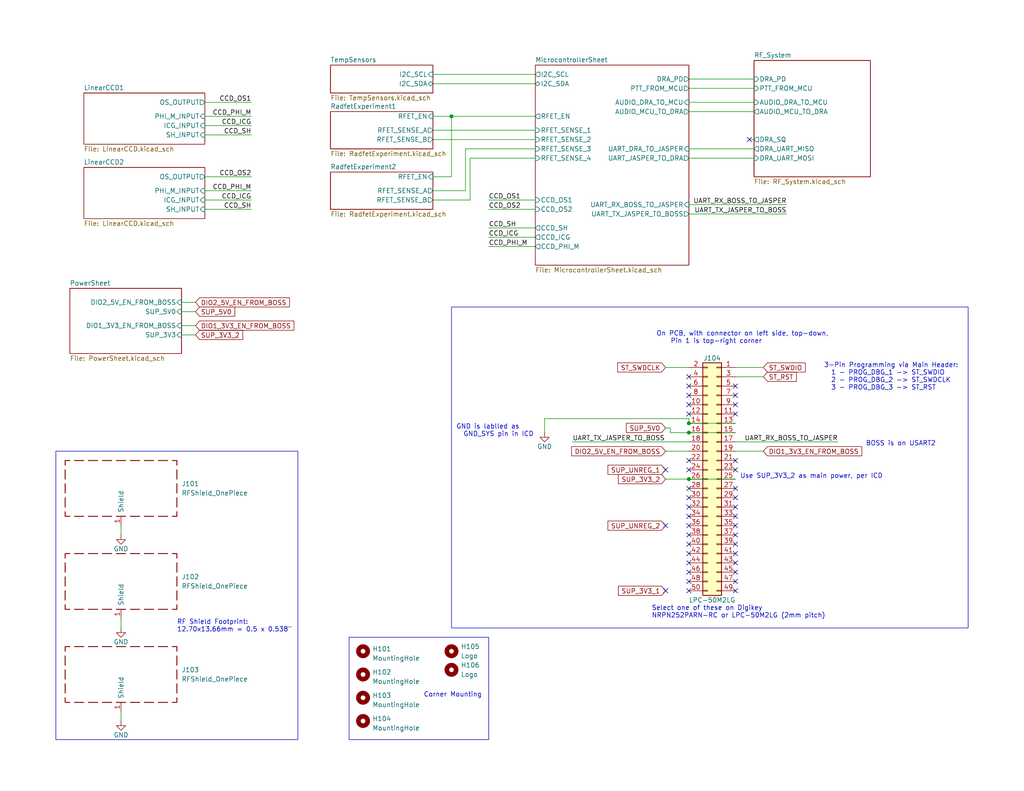
<source format=kicad_sch>
(kicad_sch (version 20230121) (generator eeschema)
  (paper "USLetter")
  (title_block (date "2023-11-30") (rev "Rev6"))
  (lib_symbols
    (symbol "Connector_Generic:Conn_02x25_Odd_Even" (pin_names (offset 1.016) hide)
      (property "Reference" "J" (at 1.27 33.02 0))
      (property "Value" "Conn_02x25_Odd_Even" (at 1.27 -33.02 0))
      (symbol "Conn_02x25_Odd_Even_1_1"
        (rectangle (start -1.27 -30.353) (end 0 -30.607) (stroke (width 0.1524)))
        (rectangle (start -1.27 -27.813) (end 0 -28.067) (stroke (width 0.1524)))
        (rectangle (start -1.27 -25.273) (end 0 -25.527) (stroke (width 0.1524)))
        (rectangle (start -1.27 -22.733) (end 0 -22.987) (stroke (width 0.1524)))
        (rectangle (start -1.27 -20.193) (end 0 -20.447) (stroke (width 0.1524)))
        (rectangle (start -1.27 -17.653) (end 0 -17.907) (stroke (width 0.1524)))
        (rectangle (start -1.27 -15.113) (end 0 -15.367) (stroke (width 0.1524)))
        (rectangle (start -1.27 -12.573) (end 0 -12.827) (stroke (width 0.1524)))
        (rectangle (start -1.27 -10.033) (end 0 -10.287) (stroke (width 0.1524)))
        (rectangle (start -1.27 -7.493) (end 0 -7.747) (stroke (width 0.1524)))
        (rectangle (start -1.27 -4.953) (end 0 -5.207) (stroke (width 0.1524)))
        (rectangle (start -1.27 -2.413) (end 0 -2.667) (stroke (width 0.1524)))
        (rectangle (start -1.27 0.127) (end 0 -0.127) (stroke (width 0.1524)))
        (rectangle (start -1.27 2.667) (end 0 2.413) (stroke (width 0.1524)))
        (rectangle (start -1.27 5.207) (end 0 4.953) (stroke (width 0.1524)))
        (rectangle (start -1.27 7.747) (end 0 7.493) (stroke (width 0.1524)))
        (rectangle (start -1.27 10.287) (end 0 10.033) (stroke (width 0.1524)))
        (rectangle (start -1.27 12.827) (end 0 12.573) (stroke (width 0.1524)))
        (rectangle (start -1.27 15.367) (end 0 15.113) (stroke (width 0.1524)))
        (rectangle (start -1.27 17.907) (end 0 17.653) (stroke (width 0.1524)))
        (rectangle (start -1.27 20.447) (end 0 20.193) (stroke (width 0.1524)))
        (rectangle (start -1.27 22.987) (end 0 22.733) (stroke (width 0.1524)))
        (rectangle (start -1.27 25.527) (end 0 25.273) (stroke (width 0.1524)))
        (rectangle (start -1.27 28.067) (end 0 27.813) (stroke (width 0.1524)))
        (rectangle (start -1.27 30.607) (end 0 30.353) (stroke (width 0.1524)))
        (rectangle (start -1.27 31.75) (end 3.81 -31.75) (stroke (width 0.254)) (fill (type background)))
        (rectangle (start 3.81 -30.353) (end 2.54 -30.607) (stroke (width 0.1524)))
        (rectangle (start 3.81 -27.813) (end 2.54 -28.067) (stroke (width 0.1524)))
        (rectangle (start 3.81 -25.273) (end 2.54 -25.527) (stroke (width 0.1524)))
        (rectangle (start 3.81 -22.733) (end 2.54 -22.987) (stroke (width 0.1524)))
        (rectangle (start 3.81 -20.193) (end 2.54 -20.447) (stroke (width 0.1524)))
        (rectangle (start 3.81 -17.653) (end 2.54 -17.907) (stroke (width 0.1524)))
        (rectangle (start 3.81 -15.113) (end 2.54 -15.367) (stroke (width 0.1524)))
        (rectangle (start 3.81 -12.573) (end 2.54 -12.827) (stroke (width 0.1524)))
        (rectangle (start 3.81 -10.033) (end 2.54 -10.287) (stroke (width 0.1524)))
        (rectangle (start 3.81 -7.493) (end 2.54 -7.747) (stroke (width 0.1524)))
        (rectangle (start 3.81 -4.953) (end 2.54 -5.207) (stroke (width 0.1524)))
        (rectangle (start 3.81 -2.413) (end 2.54 -2.667) (stroke (width 0.1524)))
        (rectangle (start 3.81 0.127) (end 2.54 -0.127) (stroke (width 0.1524)))
        (rectangle (start 3.81 2.667) (end 2.54 2.413) (stroke (width 0.1524)))
        (rectangle (start 3.81 5.207) (end 2.54 4.953) (stroke (width 0.1524)))
        (rectangle (start 3.81 7.747) (end 2.54 7.493) (stroke (width 0.1524)))
        (rectangle (start 3.81 10.287) (end 2.54 10.033) (stroke (width 0.1524)))
        (rectangle (start 3.81 12.827) (end 2.54 12.573) (stroke (width 0.1524)))
        (rectangle (start 3.81 15.367) (end 2.54 15.113) (stroke (width 0.1524)))
        (rectangle (start 3.81 17.907) (end 2.54 17.653) (stroke (width 0.1524)))
        (rectangle (start 3.81 20.447) (end 2.54 20.193) (stroke (width 0.1524)))
        (rectangle (start 3.81 22.987) (end 2.54 22.733) (stroke (width 0.1524)))
        (rectangle (start 3.81 25.527) (end 2.54 25.273) (stroke (width 0.1524)))
        (rectangle (start 3.81 28.067) (end 2.54 27.813) (stroke (width 0.1524)))
        (rectangle (start 3.81 30.607) (end 2.54 30.353) (stroke (width 0.1524)))
        (pin passive line (at -5.08 30.48 0) (length 3.81) (name "Pin_1") (number "1"))
        (pin passive line (at 7.62 20.32 180) (length 3.81) (name "Pin_10") (number "10"))
        (pin passive line (at -5.08 17.78 0) (length 3.81) (name "Pin_11") (number "11"))
        (pin passive line (at 7.62 17.78 180) (length 3.81) (name "Pin_12") (number "12"))
        (pin passive line (at -5.08 15.24 0) (length 3.81) (name "Pin_13") (number "13"))
        (pin passive line (at 7.62 15.24 180) (length 3.81) (name "Pin_14") (number "14"))
        (pin passive line (at -5.08 12.7 0) (length 3.81) (name "Pin_15") (number "15"))
        (pin passive line (at 7.62 12.7 180) (length 3.81) (name "Pin_16") (number "16"))
        (pin passive line (at -5.08 10.16 0) (length 3.81) (name "Pin_17") (number "17"))
        (pin passive line (at 7.62 10.16 180) (length 3.81) (name "Pin_18") (number "18"))
        (pin passive line (at -5.08 7.62 0) (length 3.81) (name "Pin_19") (number "19"))
        (pin passive line (at 7.62 30.48 180) (length 3.81) (name "Pin_2") (number "2"))
        (pin passive line (at 7.62 7.62 180) (length 3.81) (name "Pin_20") (number "20"))
        (pin passive line (at -5.08 5.08 0) (length 3.81) (name "Pin_21") (number "21"))
        (pin passive line (at 7.62 5.08 180) (length 3.81) (name "Pin_22") (number "22"))
        (pin passive line (at -5.08 2.54 0) (length 3.81) (name "Pin_23") (number "23"))
        (pin passive line (at 7.62 2.54 180) (length 3.81) (name "Pin_24") (number "24"))
        (pin passive line (at -5.08 0 0) (length 3.81) (name "Pin_25") (number "25"))
        (pin passive line (at 7.62 0 180) (length 3.81) (name "Pin_26") (number "26"))
        (pin passive line (at -5.08 -2.54 0) (length 3.81) (name "Pin_27") (number "27"))
        (pin passive line (at 7.62 -2.54 180) (length 3.81) (name "Pin_28") (number "28"))
        (pin passive line (at -5.08 -5.08 0) (length 3.81) (name "Pin_29") (number "29"))
        (pin passive line (at -5.08 27.94 0) (length 3.81) (name "Pin_3") (number "3"))
        (pin passive line (at 7.62 -5.08 180) (length 3.81) (name "Pin_30") (number "30"))
        (pin passive line (at -5.08 -7.62 0) (length 3.81) (name "Pin_31") (number "31"))
        (pin passive line (at 7.62 -7.62 180) (length 3.81) (name "Pin_32") (number "32"))
        (pin passive line (at -5.08 -10.16 0) (length 3.81) (name "Pin_33") (number "33"))
        (pin passive line (at 7.62 -10.16 180) (length 3.81) (name "Pin_34") (number "34"))
        (pin passive line (at -5.08 -12.7 0) (length 3.81) (name "Pin_35") (number "35"))
        (pin passive line (at 7.62 -12.7 180) (length 3.81) (name "Pin_36") (number "36"))
        (pin passive line (at -5.08 -15.24 0) (length 3.81) (name "Pin_37") (number "37"))
        (pin passive line (at 7.62 -15.24 180) (length 3.81) (name "Pin_38") (number "38"))
        (pin passive line (at -5.08 -17.78 0) (length 3.81) (name "Pin_39") (number "39"))
        (pin passive line (at 7.62 27.94 180) (length 3.81) (name "Pin_4") (number "4"))
        (pin passive line (at 7.62 -17.78 180) (length 3.81) (name "Pin_40") (number "40"))
        (pin passive line (at -5.08 -20.32 0) (length 3.81) (name "Pin_41") (number "41"))
        (pin passive line (at 7.62 -20.32 180) (length 3.81) (name "Pin_42") (number "42"))
        (pin passive line (at -5.08 -22.86 0) (length 3.81) (name "Pin_43") (number "43"))
        (pin passive line (at 7.62 -22.86 180) (length 3.81) (name "Pin_44") (number "44"))
        (pin passive line (at -5.08 -25.4 0) (length 3.81) (name "Pin_45") (number "45"))
        (pin passive line (at 7.62 -25.4 180) (length 3.81) (name "Pin_46") (number "46"))
        (pin passive line (at -5.08 -27.94 0) (length 3.81) (name "Pin_47") (number "47"))
        (pin passive line (at 7.62 -27.94 180) (length 3.81) (name "Pin_48") (number "48"))
        (pin passive line (at -5.08 -30.48 0) (length 3.81) (name "Pin_49") (number "49"))
        (pin passive line (at -5.08 25.4 0) (length 3.81) (name "Pin_5") (number "5"))
        (pin passive line (at 7.62 -30.48 180) (length 3.81) (name "Pin_50") (number "50"))
        (pin passive line (at 7.62 25.4 180) (length 3.81) (name "Pin_6") (number "6"))
        (pin passive line (at -5.08 22.86 0) (length 3.81) (name "Pin_7") (number "7"))
        (pin passive line (at 7.62 22.86 180) (length 3.81) (name "Pin_8") (number "8"))
        (pin passive line (at -5.08 20.32 0) (length 3.81) (name "Pin_9") (number "9"))
      )
    )
    (symbol "Device:RFShield_OnePiece" (pin_names (offset 1.016))
      (property "Reference" "J" (at 0 5.08 0))
      (property "Value" "RFShield_OnePiece" (at 0 2.54 0))
      (symbol "RFShield_OnePiece_0_1"
        (polyline (pts (xy -15.24 -5.08) (xy -15.24 -2.54)) (stroke (width 0.254)))
        (polyline (pts (xy -15.24 -1.27) (xy -15.24 1.27)) (stroke (width 0.254)))
        (polyline (pts (xy -15.24 2.54) (xy -15.24 5.08)) (stroke (width 0.254)))
        (polyline (pts (xy -12.7 7.62) (xy -10.16 7.62)) (stroke (width 0.254)))
        (polyline (pts (xy -10.16 -7.62) (xy -12.7 -7.62)) (stroke (width 0.254)))
        (polyline (pts (xy -6.35 -7.62) (xy -8.89 -7.62)) (stroke (width 0.254)))
        (polyline (pts (xy -6.35 7.62) (xy -8.89 7.62)) (stroke (width 0.254)))
        (polyline (pts (xy -2.54 -7.62) (xy -5.08 -7.62)) (stroke (width 0.254)))
        (polyline (pts (xy -2.54 7.62) (xy -5.08 7.62)) (stroke (width 0.254)))
        (polyline (pts (xy -1.27 -7.62) (xy 1.27 -7.62)) (stroke (width 0.254)))
        (polyline (pts (xy 1.27 7.62) (xy -1.27 7.62)) (stroke (width 0.254)))
        (polyline (pts (xy 2.54 -7.62) (xy 5.08 -7.62)) (stroke (width 0.254)))
        (polyline (pts (xy 5.08 7.62) (xy 2.54 7.62)) (stroke (width 0.254)))
        (polyline (pts (xy 6.35 -7.62) (xy 8.89 -7.62)) (stroke (width 0.254)))
        (polyline (pts (xy 8.89 7.62) (xy 6.35 7.62)) (stroke (width 0.254)))
        (polyline (pts (xy 10.16 -7.62) (xy 12.7 -7.62)) (stroke (width 0.254)))
        (polyline (pts (xy 12.7 7.62) (xy 10.16 7.62)) (stroke (width 0.254)))
        (polyline (pts (xy 15.24 -5.08) (xy 15.24 -2.54)) (stroke (width 0.254)))
        (polyline (pts (xy 15.24 -1.27) (xy 15.24 1.27)) (stroke (width 0.254)))
        (polyline (pts (xy 15.24 2.54) (xy 15.24 5.08)) (stroke (width 0.254)))
        (polyline (pts (xy -15.24 6.35) (xy -15.24 7.62) (xy -13.97 7.62)) (stroke (width 0.254)))
        (polyline (pts (xy -13.97 -7.62) (xy -15.24 -7.62) (xy -15.24 -6.35)) (stroke (width 0.254)))
        (polyline (pts (xy 13.97 -7.62) (xy 15.24 -7.62) (xy 15.24 -6.35)) (stroke (width 0.254)))
        (polyline (pts (xy 15.24 6.35) (xy 15.24 7.62) (xy 13.97 7.62)) (stroke (width 0.254)))
      )
      (symbol "RFShield_OnePiece_1_1"
        (pin passive line (at 0 -10.16 90) (length 2.54) (name "Shield") (number "1"))
      )
    )
    (symbol "Mechanical:MountingHole" (pin_names (offset 1.016))
      (property "Reference" "H" (at 0 5.08 0))
      (property "Value" "MountingHole" (at 0 3.175 0))
      (symbol "MountingHole_0_1"
        (circle (center 0 0) (radius 1.27) (stroke (width 1.27)))
      )
    )
    (symbol "power:GND" (power) (pin_names (offset 0))
      (property "Value" "GND" (at 0 -3.81 0))
      (symbol "GND_0_1"
        (polyline (pts (xy 0 0) (xy 0 -1.27) (xy 1.27 -1.27) (xy 0 -2.54) (xy -1.27 -1.27) (xy 0 -1.27)))
      )
      (symbol "GND_1_1"
        (pin power_in line (at 0 0 270) (length 0) hide (name "GND") (number "1"))
      )
    )
  )
  (junction (at 123.19 31.75))
  (junction (at 187.96 130.81))
  (junction (at 187.96 115.57))
  (junction (at 187.96 118.11))
  (no_connect (at 200.66 110.49))
  (no_connect (at 187.96 102.87))
  (no_connect (at 200.66 128.27))
  (no_connect (at 187.96 105.41))
  (no_connect (at 187.96 133.35))
  (no_connect (at 187.96 158.75))
  (no_connect (at 200.66 125.73))
  (no_connect (at 187.96 110.49))
  (no_connect (at 187.96 113.03))
  (no_connect (at 200.66 138.43))
  (no_connect (at 187.96 151.13))
  (no_connect (at 187.96 146.05))
  (no_connect (at 200.66 148.59))
  (no_connect (at 200.66 158.75))
  (no_connect (at 200.66 153.67))
  (no_connect (at 200.66 161.29))
  (no_connect (at 181.61 143.51))
  (no_connect (at 181.61 161.29))
  (no_connect (at 187.96 138.43))
  (no_connect (at 187.96 125.73))
  (no_connect (at 200.66 146.05))
  (no_connect (at 200.66 107.95))
  (no_connect (at 200.66 135.89))
  (no_connect (at 187.96 140.97))
  (no_connect (at 200.66 105.41))
  (no_connect (at 200.66 133.35))
  (no_connect (at 200.66 113.03))
  (no_connect (at 200.66 151.13))
  (no_connect (at 187.96 143.51))
  (no_connect (at 200.66 143.51))
  (no_connect (at 200.66 140.97))
  (no_connect (at 187.96 156.21))
  (no_connect (at 187.96 148.59))
  (no_connect (at 187.96 135.89))
  (no_connect (at 187.96 107.95))
  (no_connect (at 187.96 161.29))
  (no_connect (at 187.96 153.67))
  (no_connect (at 181.61 128.27))
  (no_connect (at 200.66 156.21))
  (no_connect (at 187.96 128.27))
  (no_connect (at 204.47 38.1))
  (wire (pts (xy 187.96 55.88) (xy 214.63 55.88)))
  (wire (pts (xy 33.02 168.91) (xy 33.02 171.45)))
  (wire (pts (xy 181.61 123.19) (xy 187.96 123.19)))
  (wire (pts (xy 118.11 54.61) (xy 128.27 54.61)))
  (wire (pts (xy 181.61 130.81) (xy 187.96 130.81)))
  (wire (pts (xy 187.96 130.81) (xy 200.66 130.81)))
  (wire (pts (xy 55.88 52.07) (xy 68.58 52.07)))
  (wire (pts (xy 181.61 116.84) (xy 182.88 116.84)))
  (wire (pts (xy 49.53 91.44) (xy 53.34 91.44)))
  (wire (pts (xy 148.59 114.3) (xy 187.96 114.3)))
  (wire (pts (xy 156.21 120.65) (xy 187.96 120.65)))
  (wire (pts (xy 187.96 114.3) (xy 187.96 115.57)))
  (wire (pts (xy 128.27 54.61) (xy 128.27 43.18)))
  (wire (pts (xy 187.96 118.11) (xy 200.66 118.11)))
  (wire (pts (xy 133.35 57.15) (xy 146.05 57.15)))
  (wire (pts (xy 182.88 118.11) (xy 187.96 118.11)))
  (wire (pts (xy 49.53 85.09) (xy 53.34 85.09)))
  (wire (pts (xy 118.11 38.1) (xy 146.05 38.1)))
  (wire (pts (xy 133.35 64.77) (xy 146.05 64.77)))
  (wire (pts (xy 200.66 102.87) (xy 208.28 102.87)))
  (wire (pts (xy 128.27 43.18) (xy 146.05 43.18)))
  (wire (pts (xy 33.02 143.51) (xy 33.02 146.05)))
  (wire (pts (xy 187.96 43.18) (xy 205.74 43.18)))
  (wire (pts (xy 49.53 88.9) (xy 53.34 88.9)))
  (wire (pts (xy 187.96 24.13) (xy 205.74 24.13)))
  (wire (pts (xy 55.88 54.61) (xy 68.58 54.61)))
  (wire (pts (xy 204.47 38.1) (xy 205.74 38.1)))
  (wire (pts (xy 133.35 54.61) (xy 146.05 54.61)))
  (wire (pts (xy 55.88 34.29) (xy 68.58 34.29)))
  (wire (pts (xy 182.88 116.84) (xy 182.88 118.11)))
  (wire (pts (xy 55.88 57.15) (xy 68.58 57.15)))
  (wire (pts (xy 55.88 31.75) (xy 68.58 31.75)))
  (wire (pts (xy 118.11 22.86) (xy 146.05 22.86)))
  (wire (pts (xy 187.96 21.59) (xy 205.74 21.59)))
  (wire (pts (xy 187.96 40.64) (xy 205.74 40.64)))
  (wire (pts (xy 187.96 30.48) (xy 205.74 30.48)))
  (wire (pts (xy 181.61 100.33) (xy 187.96 100.33)))
  (wire (pts (xy 127 40.64) (xy 146.05 40.64)))
  (wire (pts (xy 55.88 48.26) (xy 68.58 48.26)))
  (wire (pts (xy 49.53 82.55) (xy 53.34 82.55)))
  (wire (pts (xy 127 52.07) (xy 127 40.64)))
  (wire (pts (xy 187.96 115.57) (xy 200.66 115.57)))
  (wire (pts (xy 118.11 20.32) (xy 146.05 20.32)))
  (wire (pts (xy 118.11 35.56) (xy 146.05 35.56)))
  (wire (pts (xy 118.11 31.75) (xy 123.19 31.75)))
  (wire (pts (xy 200.66 100.33) (xy 208.28 100.33)))
  (wire (pts (xy 200.66 120.65) (xy 228.6 120.65)))
  (wire (pts (xy 123.19 48.26) (xy 123.19 31.75)))
  (wire (pts (xy 133.35 67.31) (xy 146.05 67.31)))
  (wire (pts (xy 55.88 36.83) (xy 68.58 36.83)))
  (wire (pts (xy 118.11 52.07) (xy 127 52.07)))
  (wire (pts (xy 148.59 114.3) (xy 148.59 118.11)))
  (wire (pts (xy 118.11 48.26) (xy 123.19 48.26)))
  (wire (pts (xy 187.96 27.94) (xy 205.74 27.94)))
  (wire (pts (xy 123.19 31.75) (xy 146.05 31.75)))
  (wire (pts (xy 133.35 62.23) (xy 146.05 62.23)))
  (wire (pts (xy 187.96 58.42) (xy 214.63 58.42)))
  (wire (pts (xy 33.02 194.31) (xy 33.02 196.85)))
  (wire (pts (xy 55.88 27.94) (xy 68.58 27.94)))
  (wire (pts (xy 200.66 123.19) (xy 208.28 123.19)))
  (rectangle (start 15.24 123.19) (end 81.28 201.93))
  (rectangle (start 95.25 173.99) (end 133.35 201.93))
  (rectangle (start 123.19 83.82) (end 264.16 171.45))
  (text "RF Shield Footprint:\n12.70x13.66mm = 0.5 x 0.538\"" (at 48.26 172.72 0) (effects (font (size 1.27 1.27)) (justify left bottom)))
  (text "Use SUP_3V3_2 as main power, per ICD" (at 201.93 130.81 0) (effects (font (size 1.27 1.27)) (justify left bottom)))
  (text "On PCB, with connector on left side, top-down,\n    Pin 1 is top-right corner" (at 179.07 93.98 0) (effects (font (size 1.27 1.27)) (justify left bottom)))
  (text "Select one of these on Digikey\nNRPN252PARN-RC or LPC-50M2LG (2mm pitch)" (at 177.8 168.91 0) (effects (font (size 1.27 1.27)) (justify left bottom)))
  (text "BOSS is on USART2" (at 236.22 121.92 0) (effects (font (size 1.27 1.27)) (justify left bottom)))
  (text "3-Pin Programming via Main Header:\n  1 - PROG_DBG_1 -> ST_SWDIO\n  2 - PROG_DBG_2 -> ST_SWDCLK\n  3 - PROG_DBG_3 -> ST_RST" (at 224.79 106.68 0) (effects (font (size 1.27 1.27)) (justify left bottom)))
  (text "Corner Mounting" (at 115.57 190.5 0) (effects (font (size 1.27 1.27)) (justify left bottom)))
  (text "GND is lablled as\n  GND_SYS pin in ICD" (at 124.46 119.38 0) (effects (font (size 1.27 1.27)) (justify left bottom)))
  (label "UART_RX_BOSS_TO_JASPER" (at 214.63 55.88 180))
  (label "CCD_OS1" (at 68.58 27.94 180))
  (label "CCD_PHI_M" (at 68.58 52.07 180))
  (label "UART_TX_JASPER_TO_BOSS" (at 156.21 120.65 0))
  (label "CCD_ICG" (at 133.35 64.77 0))
  (label "CCD_ICG" (at 68.58 54.61 180))
  (label "CCD_SH" (at 68.58 36.83 180))
  (label "UART_RX_BOSS_TO_JASPER" (at 228.6 120.65 180))
  (label "CCD_OS1" (at 133.35 54.61 0))
  (label "CCD_OS2" (at 133.35 57.15 0))
  (label "CCD_OS2" (at 68.58 48.26 180))
  (label "CCD_ICG" (at 68.58 34.29 180))
  (label "CCD_PHI_M" (at 68.58 31.75 180))
  (label "CCD_SH" (at 133.35 62.23 0))
  (label "CCD_SH" (at 68.58 57.15 180))
  (label "UART_TX_JASPER_TO_BOSS" (at 214.63 58.42 180))
  (label "CCD_PHI_M" (at 133.35 67.31 0))
  (global_label "ST_SWDCLK" (shape input) (at 181.61 100.33 180) (property "Intersheetrefs" "${INTERSHEET_REFS}" (effects hide)))
  (global_label "DIO2_5V_EN_FROM_BOSS" (shape input) (at 53.34 82.55 0) (property "Intersheetrefs" "${INTERSHEET_REFS}" (effects hide)))
  (global_label "SUP_3V3_2" (shape input) (at 181.61 130.81 180) (property "Intersheetrefs" "${INTERSHEET_REFS}" (effects hide)))
  (global_label "DIO1_3V3_EN_FROM_BOSS" (shape input) (at 53.34 88.9 0) (property "Intersheetrefs" "${INTERSHEET_REFS}" (effects hide)))
  (global_label "DIO1_3V3_EN_FROM_BOSS" (shape input) (at 208.28 123.19 0) (property "Intersheetrefs" "${INTERSHEET_REFS}" (effects hide)))
  (global_label "SUP_5V0" (shape input) (at 181.61 116.84 180) (property "Intersheetrefs" "${INTERSHEET_REFS}" (effects hide)))
  (global_label "ST_SWDIO" (shape input) (at 208.28 100.33 0) (property "Intersheetrefs" "${INTERSHEET_REFS}" (effects hide)))
  (global_label "SUP_3V3_2" (shape input) (at 53.34 91.44 0) (property "Intersheetrefs" "${INTERSHEET_REFS}" (effects hide)))
  (global_label "SUP_UNREG_2" (shape input) (at 181.61 143.51 180) (property "Intersheetrefs" "${INTERSHEET_REFS}" (effects hide)))
  (global_label "ST_RST" (shape input) (at 208.28 102.87 0) (property "Intersheetrefs" "${INTERSHEET_REFS}" (effects hide)))
  (global_label "SUP_5V0" (shape input) (at 53.34 85.09 0) (property "Intersheetrefs" "${INTERSHEET_REFS}" (effects hide)))
  (global_label "SUP_3V3_1" (shape input) (at 181.61 161.29 180) (property "Intersheetrefs" "${INTERSHEET_REFS}" (effects hide)))
  (global_label "SUP_UNREG_1" (shape input) (at 181.61 128.27 180) (property "Intersheetrefs" "${INTERSHEET_REFS}" (effects hide)))
  (global_label "DIO2_5V_EN_FROM_BOSS" (shape input) (at 181.61 123.19 180) (property "Intersheetrefs" "${INTERSHEET_REFS}" (effects hide)))
  (symbol (lib_id "Device:RFShield_OnePiece") (at 33.02 133.35 0) (unit 1)
    (property "Reference" "J101" (at 49.53 132.08 0) (effects (justify left)))
    (property "Value" "RFShield_OnePiece" (at 49.53 134.62 0) (effects (justify left)))
    (property "Footprint" "RF_Shielding:Laird_Technologies_BMI-S-101_13.66x12.70mm" (effects hide))
  )
  (symbol (lib_id "Mechanical:MountingHole") (at 123.19 182.88 0) (unit 1)
    (property "Reference" "H106" (at 125.73 181.61 0) (effects (justify left)))
    (property "Value" "Logo" (at 125.73 184.15 0) (effects (justify left)))
    (property "Footprint" "BIRDS-X_Footprints_Lib:CTS_Logo_50x25mm" (effects hide))
  )
  (symbol (lib_id "power:GND") (at 33.02 171.45 0) (unit 1)
    (property "Reference" "#PWR0102" (effects hide))
    (property "Value" "GND" (at 33.02 175.26 0))
  )
  (symbol (lib_id "Device:RFShield_OnePiece") (at 33.02 184.15 0) (unit 1)
    (property "Reference" "J103" (at 49.53 182.88 0) (effects (justify left)))
    (property "Value" "RFShield_OnePiece" (at 49.53 185.42 0) (effects (justify left)))
    (property "Footprint" "RF_Shielding:Laird_Technologies_BMI-S-101_13.66x12.70mm" (effects hide))
  )
  (symbol (lib_id "Mechanical:MountingHole") (at 99.06 196.85 0) (unit 1)
    (property "Reference" "H104" (at 101.6 196.215 0) (effects (justify left)))
    (property "Value" "MountingHole" (at 101.6 198.755 0) (effects (justify left)))
    (property "Footprint" "BIRDS-X_Footprints_Lib:MountingHole_3.8mm" (effects hide))
  )
  (symbol (lib_id "Connector_Generic:Conn_02x25_Odd_Even") (at 195.58 130.81 0) (mirror y) (unit 1)
    (property "Reference" "J104" (at 194.31 97.79 0))
    (property "Value" "LPC-50M2LG" (at 194.31 163.83 0))
    (property "Footprint" "Connector_PinHeader_2.00mm:PinHeader_2x25_P2.00mm_Horizontal" (effects hide))
  )
  (symbol (lib_id "power:GND") (at 33.02 196.85 0) (unit 1)
    (property "Reference" "#PWR0103" (effects hide))
    (property "Value" "GND" (at 33.02 200.66 0))
  )
  (symbol (lib_id "Mechanical:MountingHole") (at 99.06 177.8 0) (unit 1)
    (property "Reference" "H101" (at 101.6 177.165 0) (effects (justify left)))
    (property "Value" "MountingHole" (at 101.6 179.705 0) (effects (justify left)))
    (property "Footprint" "BIRDS-X_Footprints_Lib:MountingHole_3.8mm" (effects hide))
  )
  (symbol (lib_id "power:GND") (at 33.02 146.05 0) (unit 1)
    (property "Reference" "#PWR0101" (effects hide))
    (property "Value" "GND" (at 33.02 149.86 0))
  )
  (symbol (lib_id "Device:RFShield_OnePiece") (at 33.02 158.75 0) (unit 1)
    (property "Reference" "J102" (at 49.53 157.48 0) (effects (justify left)))
    (property "Value" "RFShield_OnePiece" (at 49.53 160.02 0) (effects (justify left)))
    (property "Footprint" "RF_Shielding:Laird_Technologies_BMI-S-101_13.66x12.70mm" (effects hide))
  )
  (symbol (lib_id "power:GND") (at 148.59 118.11 0) (unit 1)
    (property "Reference" "#PWR0104" (effects hide))
    (property "Value" "GND" (at 148.59 121.92 0))
  )
  (symbol (lib_id "Mechanical:MountingHole") (at 99.06 184.15 0) (unit 1)
    (property "Reference" "H102" (at 101.6 183.515 0) (effects (justify left)))
    (property "Value" "MountingHole" (at 101.6 186.055 0) (effects (justify left)))
    (property "Footprint" "BIRDS-X_Footprints_Lib:MountingHole_3.8mm" (effects hide))
  )
  (symbol (lib_id "Mechanical:MountingHole") (at 99.06 190.5 0) (unit 1)
    (property "Reference" "H103" (at 101.6 189.865 0) (effects (justify left)))
    (property "Value" "MountingHole" (at 101.6 192.405 0) (effects (justify left)))
    (property "Footprint" "BIRDS-X_Footprints_Lib:MountingHole_3.8mm" (effects hide))
  )
  (symbol (lib_id "Mechanical:MountingHole") (at 123.19 177.8 0) (unit 1)
    (property "Reference" "H105" (at 125.73 176.53 0) (effects (justify left)))
    (property "Value" "Logo" (at 125.73 179.07 0) (effects (justify left)))
    (property "Footprint" "BIRDS-X_Footprints_Lib:AlbertaSat_Logo_25x20mm" (effects hide))
  )
  (sheet (at 205.74 16.51) (size 31.75 31.75) (stroke (width 0.1524))
    (property "Sheetname" "RF_System" (at 205.74 15.7984 0) (effects (justify left bottom)))
    (property "Sheetfile" "RF_System.kicad_sch" (at 205.74 48.8446 0) (effects (justify left top)))
    (pin "DRA_UART_MISO" output (at 205.74 40.64 180))
    (pin "DRA_UART_MOSI" input (at 205.74 43.18 180))
    (pin "DRA_SQ" output (at 205.74 38.1 180))
    (pin "DRA_PD" input (at 205.74 21.59 180))
    (pin "PTT_FROM_MCU" input (at 205.74 24.13 180))
    (pin "AUDIO_DRA_TO_MCU" input (at 205.74 27.94 180))
    (pin "AUDIO_MCU_TO_DRA" output (at 205.74 30.48 180))
  )
  (sheet (at 90.17 46.99) (size 27.94 10.16) (stroke (width 0.1524))
    (property "Sheetname" "RadfetExperiment2" (at 90.17 46.2784 0) (effects (justify left bottom)))
    (property "Sheetfile" "RadfetExperiment.kicad_sch" (at 90.17 57.7346 0) (effects (justify left top)))
    (pin "RFET_EN" input (at 118.11 48.26 0))
    (pin "RFET_SENSE_A" output (at 118.11 52.07 0))
    (pin "RFET_SENSE_B" output (at 118.11 54.61 0))
  )
  (sheet (at 90.17 17.78) (size 27.94 7.62) (stroke (width 0.1524))
    (property "Sheetname" "TempSensors" (at 90.17 17.0684 0) (effects (justify left bottom)))
    (property "Sheetfile" "TempSensors.kicad_sch" (at 90.17 25.9846 0) (effects (justify left top)))
    (pin "I2C_SCL" input (at 118.11 20.32 0))
    (pin "I2C_SDA" bidirectional (at 118.11 22.86 0))
  )
  (sheet (at 22.86 25.4) (size 33.02 13.97) (stroke (width 0.1524))
    (property "Sheetname" "LinearCCD1" (at 22.86 24.6884 0) (effects (justify left bottom)))
    (property "Sheetfile" "LinearCCD.kicad_sch" (at 22.86 39.9546 0) (effects (justify left top)))
    (pin "OS_OUTPUT" output (at 55.88 27.94 0))
    (pin "PHI_M_INPUT" input (at 55.88 31.75 0))
    (pin "ICG_INPUT" input (at 55.88 34.29 0))
    (pin "SH_INPUT" input (at 55.88 36.83 0))
  )
  (sheet (at 22.86 45.72) (size 33.02 13.97) (stroke (width 0.1524))
    (property "Sheetname" "LinearCCD2" (at 22.86 45.0084 0) (effects (justify left bottom)))
    (property "Sheetfile" "LinearCCD.kicad_sch" (at 22.86 60.2746 0) (effects (justify left top)))
    (pin "OS_OUTPUT" output (at 55.88 48.26 0))
    (pin "PHI_M_INPUT" input (at 55.88 52.07 0))
    (pin "ICG_INPUT" input (at 55.88 54.61 0))
    (pin "SH_INPUT" input (at 55.88 57.15 0))
  )
  (sheet (at 90.17 30.48) (size 27.94 10.16) (stroke (width 0.1524))
    (property "Sheetname" "RadfetExperiment1" (at 90.17 29.7684 0) (effects (justify left bottom)))
    (property "Sheetfile" "RadfetExperiment.kicad_sch" (at 90.17 41.2246 0) (effects (justify left top)))
    (pin "RFET_EN" input (at 118.11 31.75 0))
    (pin "RFET_SENSE_A" output (at 118.11 35.56 0))
    (pin "RFET_SENSE_B" output (at 118.11 38.1 0))
  )
  (sheet (at 146.05 17.78) (size 41.91 54.61) (stroke (width 0.1524))
    (property "Sheetname" "MicrocontrollerSheet" (at 146.05 17.0684 0) (effects (justify left bottom)))
    (property "Sheetfile" "MicrocontrollerSheet.kicad_sch" (at 146.05 72.9746 0) (effects (justify left top)))
    (pin "RFET_EN" output (at 146.05 31.75 180))
    (pin "RFET_SENSE_4" input (at 146.05 43.18 180))
    (pin "RFET_SENSE_1" input (at 146.05 35.56 180))
    (pin "RFET_SENSE_3" input (at 146.05 40.64 180))
    (pin "RFET_SENSE_2" input (at 146.05 38.1 180))
    (pin "UART_RX_BOSS_TO_JASPER" input (at 187.96 55.88 0))
    (pin "UART_TX_JASPER_TO_BOSS" output (at 187.96 58.42 0))
    (pin "UART_JASPER_TO_DRA" output (at 187.96 43.18 0))
    (pin "UART_DRA_TO_JASPER" input (at 187.96 40.64 0))
    (pin "I2C_SDA" bidirectional (at 146.05 22.86 180))
    (pin "I2C_SCL" output (at 146.05 20.32 180))
    (pin "AUDIO_MCU_TO_DRA" output (at 187.96 30.48 0))
    (pin "PTT_FROM_MCU" output (at 187.96 24.13 0))
    (pin "DRA_PD" output (at 187.96 21.59 0))
    (pin "AUDIO_DRA_TO_MCU" input (at 187.96 27.94 0))
    (pin "CCD_OS2" input (at 146.05 57.15 180))
    (pin "CCD_OS1" input (at 146.05 54.61 180))
    (pin "CCD_SH" output (at 146.05 62.23 180))
    (pin "CCD_ICG" output (at 146.05 64.77 180))
    (pin "CCD_PHI_M" output (at 146.05 67.31 180))
  )
  (sheet (at 19.05 78.74) (size 30.48 17.78) (stroke (width 0.1524))
    (property "Sheetname" "PowerSheet" (at 19.05 78.0284 0) (effects (justify left bottom)))
    (property "Sheetfile" "PowerSheet.kicad_sch" (at 19.05 97.1046 0) (effects (justify left top)))
    (pin "DIO2_5V_EN_FROM_BOSS" input (at 49.53 82.55 0))
    (pin "SUP_5V0" input (at 49.53 85.09 0))
    (pin "DIO1_3V3_EN_FROM_BOSS" input (at 49.53 88.9 0))
    (pin "SUP_3V3" input (at 49.53 91.44 0))
  )
)
</source>
